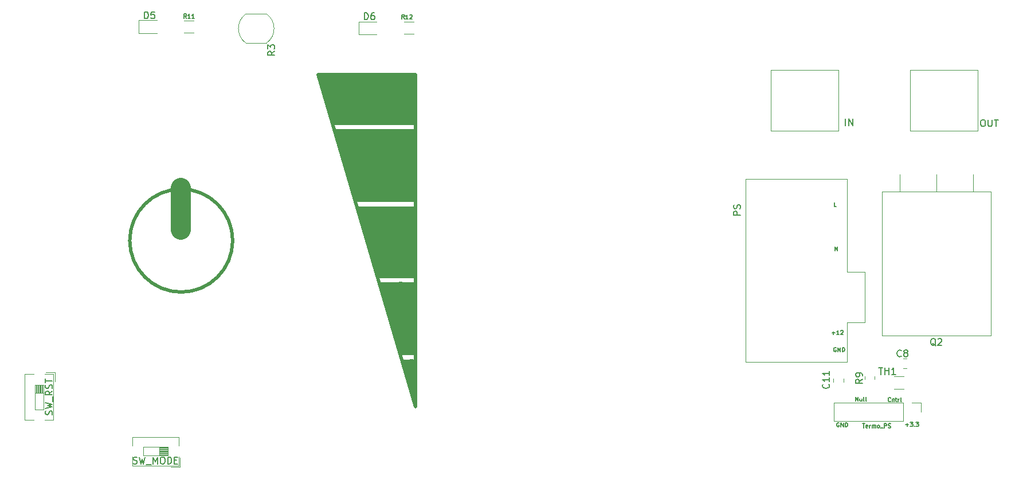
<source format=gbr>
%TF.GenerationSoftware,KiCad,Pcbnew,(5.1.10)-1*%
%TF.CreationDate,2021-07-22T01:03:41+03:00*%
%TF.ProjectId,Dimmer,44696d6d-6572-42e6-9b69-6361645f7063,rev?*%
%TF.SameCoordinates,Original*%
%TF.FileFunction,Legend,Top*%
%TF.FilePolarity,Positive*%
%FSLAX46Y46*%
G04 Gerber Fmt 4.6, Leading zero omitted, Abs format (unit mm)*
G04 Created by KiCad (PCBNEW (5.1.10)-1) date 2021-07-22 01:03:41*
%MOMM*%
%LPD*%
G01*
G04 APERTURE LIST*
%ADD10C,0.150000*%
%ADD11C,3.000000*%
%ADD12C,0.500000*%
%ADD13C,0.120000*%
%ADD14C,0.254000*%
%ADD15C,0.100000*%
G04 APERTURE END LIST*
D10*
X201378571Y-105721428D02*
X201378571Y-105121428D01*
X201721428Y-105721428D01*
X201721428Y-105121428D01*
X201542857Y-120000000D02*
X201485714Y-119971428D01*
X201400000Y-119971428D01*
X201314285Y-120000000D01*
X201257142Y-120057142D01*
X201228571Y-120114285D01*
X201200000Y-120228571D01*
X201200000Y-120314285D01*
X201228571Y-120428571D01*
X201257142Y-120485714D01*
X201314285Y-120542857D01*
X201400000Y-120571428D01*
X201457142Y-120571428D01*
X201542857Y-120542857D01*
X201571428Y-120514285D01*
X201571428Y-120314285D01*
X201457142Y-120314285D01*
X201828571Y-120571428D02*
X201828571Y-119971428D01*
X202171428Y-120571428D01*
X202171428Y-119971428D01*
X202457142Y-120571428D02*
X202457142Y-119971428D01*
X202600000Y-119971428D01*
X202685714Y-120000000D01*
X202742857Y-120057142D01*
X202771428Y-120114285D01*
X202800000Y-120228571D01*
X202800000Y-120314285D01*
X202771428Y-120428571D01*
X202742857Y-120485714D01*
X202685714Y-120542857D01*
X202600000Y-120571428D01*
X202457142Y-120571428D01*
X209600000Y-127914285D02*
X209571428Y-127942857D01*
X209485714Y-127971428D01*
X209428571Y-127971428D01*
X209342857Y-127942857D01*
X209285714Y-127885714D01*
X209257142Y-127828571D01*
X209228571Y-127714285D01*
X209228571Y-127628571D01*
X209257142Y-127514285D01*
X209285714Y-127457142D01*
X209342857Y-127400000D01*
X209428571Y-127371428D01*
X209485714Y-127371428D01*
X209571428Y-127400000D01*
X209600000Y-127428571D01*
X209857142Y-127571428D02*
X209857142Y-127971428D01*
X209857142Y-127628571D02*
X209885714Y-127600000D01*
X209942857Y-127571428D01*
X210028571Y-127571428D01*
X210085714Y-127600000D01*
X210114285Y-127657142D01*
X210114285Y-127971428D01*
X210314285Y-127571428D02*
X210542857Y-127571428D01*
X210400000Y-127371428D02*
X210400000Y-127885714D01*
X210428571Y-127942857D01*
X210485714Y-127971428D01*
X210542857Y-127971428D01*
X210742857Y-127971428D02*
X210742857Y-127571428D01*
X210742857Y-127685714D02*
X210771428Y-127628571D01*
X210800000Y-127600000D01*
X210857142Y-127571428D01*
X210914285Y-127571428D01*
X211200000Y-127971428D02*
X211142857Y-127942857D01*
X211114285Y-127885714D01*
X211114285Y-127371428D01*
X200950000Y-117842857D02*
X201407142Y-117842857D01*
X201178571Y-118071428D02*
X201178571Y-117614285D01*
X202007142Y-118071428D02*
X201664285Y-118071428D01*
X201835714Y-118071428D02*
X201835714Y-117471428D01*
X201778571Y-117557142D01*
X201721428Y-117614285D01*
X201664285Y-117642857D01*
X202235714Y-117528571D02*
X202264285Y-117500000D01*
X202321428Y-117471428D01*
X202464285Y-117471428D01*
X202521428Y-117500000D01*
X202550000Y-117528571D01*
X202578571Y-117585714D01*
X202578571Y-117642857D01*
X202550000Y-117728571D01*
X202207142Y-118071428D01*
X202578571Y-118071428D01*
X204442857Y-127921428D02*
X204442857Y-127321428D01*
X204785714Y-127921428D01*
X204785714Y-127321428D01*
X205328571Y-127521428D02*
X205328571Y-127921428D01*
X205071428Y-127521428D02*
X205071428Y-127835714D01*
X205100000Y-127892857D01*
X205157142Y-127921428D01*
X205242857Y-127921428D01*
X205300000Y-127892857D01*
X205328571Y-127864285D01*
X205700000Y-127921428D02*
X205642857Y-127892857D01*
X205614285Y-127835714D01*
X205614285Y-127321428D01*
X206014285Y-127921428D02*
X205957142Y-127892857D01*
X205928571Y-127835714D01*
X205928571Y-127321428D01*
X201585714Y-99171428D02*
X201300000Y-99171428D01*
X201300000Y-98571428D01*
X211807142Y-131392857D02*
X212264285Y-131392857D01*
X212035714Y-131621428D02*
X212035714Y-131164285D01*
X212492857Y-131021428D02*
X212864285Y-131021428D01*
X212664285Y-131250000D01*
X212750000Y-131250000D01*
X212807142Y-131278571D01*
X212835714Y-131307142D01*
X212864285Y-131364285D01*
X212864285Y-131507142D01*
X212835714Y-131564285D01*
X212807142Y-131592857D01*
X212750000Y-131621428D01*
X212578571Y-131621428D01*
X212521428Y-131592857D01*
X212492857Y-131564285D01*
X213121428Y-131564285D02*
X213150000Y-131592857D01*
X213121428Y-131621428D01*
X213092857Y-131592857D01*
X213121428Y-131564285D01*
X213121428Y-131621428D01*
X213350000Y-131021428D02*
X213721428Y-131021428D01*
X213521428Y-131250000D01*
X213607142Y-131250000D01*
X213664285Y-131278571D01*
X213692857Y-131307142D01*
X213721428Y-131364285D01*
X213721428Y-131507142D01*
X213692857Y-131564285D01*
X213664285Y-131592857D01*
X213607142Y-131621428D01*
X213435714Y-131621428D01*
X213378571Y-131592857D01*
X213350000Y-131564285D01*
X201992857Y-131100000D02*
X201935714Y-131071428D01*
X201850000Y-131071428D01*
X201764285Y-131100000D01*
X201707142Y-131157142D01*
X201678571Y-131214285D01*
X201650000Y-131328571D01*
X201650000Y-131414285D01*
X201678571Y-131528571D01*
X201707142Y-131585714D01*
X201764285Y-131642857D01*
X201850000Y-131671428D01*
X201907142Y-131671428D01*
X201992857Y-131642857D01*
X202021428Y-131614285D01*
X202021428Y-131414285D01*
X201907142Y-131414285D01*
X202278571Y-131671428D02*
X202278571Y-131071428D01*
X202621428Y-131671428D01*
X202621428Y-131071428D01*
X202907142Y-131671428D02*
X202907142Y-131071428D01*
X203050000Y-131071428D01*
X203135714Y-131100000D01*
X203192857Y-131157142D01*
X203221428Y-131214285D01*
X203250000Y-131328571D01*
X203250000Y-131414285D01*
X203221428Y-131528571D01*
X203192857Y-131585714D01*
X203135714Y-131642857D01*
X203050000Y-131671428D01*
X202907142Y-131671428D01*
X205450000Y-131221428D02*
X205792857Y-131221428D01*
X205621428Y-131821428D02*
X205621428Y-131221428D01*
X206221428Y-131792857D02*
X206164285Y-131821428D01*
X206050000Y-131821428D01*
X205992857Y-131792857D01*
X205964285Y-131735714D01*
X205964285Y-131507142D01*
X205992857Y-131450000D01*
X206050000Y-131421428D01*
X206164285Y-131421428D01*
X206221428Y-131450000D01*
X206250000Y-131507142D01*
X206250000Y-131564285D01*
X205964285Y-131621428D01*
X206507142Y-131821428D02*
X206507142Y-131421428D01*
X206507142Y-131535714D02*
X206535714Y-131478571D01*
X206564285Y-131450000D01*
X206621428Y-131421428D01*
X206678571Y-131421428D01*
X206878571Y-131821428D02*
X206878571Y-131421428D01*
X206878571Y-131478571D02*
X206907142Y-131450000D01*
X206964285Y-131421428D01*
X207050000Y-131421428D01*
X207107142Y-131450000D01*
X207135714Y-131507142D01*
X207135714Y-131821428D01*
X207135714Y-131507142D02*
X207164285Y-131450000D01*
X207221428Y-131421428D01*
X207307142Y-131421428D01*
X207364285Y-131450000D01*
X207392857Y-131507142D01*
X207392857Y-131821428D01*
X207764285Y-131821428D02*
X207707142Y-131792857D01*
X207678571Y-131764285D01*
X207650000Y-131707142D01*
X207650000Y-131535714D01*
X207678571Y-131478571D01*
X207707142Y-131450000D01*
X207764285Y-131421428D01*
X207850000Y-131421428D01*
X207907142Y-131450000D01*
X207935714Y-131478571D01*
X207964285Y-131535714D01*
X207964285Y-131707142D01*
X207935714Y-131764285D01*
X207907142Y-131792857D01*
X207850000Y-131821428D01*
X207764285Y-131821428D01*
X208078571Y-131878571D02*
X208535714Y-131878571D01*
X208678571Y-131821428D02*
X208678571Y-131221428D01*
X208907142Y-131221428D01*
X208964285Y-131250000D01*
X208992857Y-131278571D01*
X209021428Y-131335714D01*
X209021428Y-131421428D01*
X208992857Y-131478571D01*
X208964285Y-131507142D01*
X208907142Y-131535714D01*
X208678571Y-131535714D01*
X209250000Y-131792857D02*
X209335714Y-131821428D01*
X209478571Y-131821428D01*
X209535714Y-131792857D01*
X209564285Y-131764285D01*
X209592857Y-131707142D01*
X209592857Y-131650000D01*
X209564285Y-131592857D01*
X209535714Y-131564285D01*
X209478571Y-131535714D01*
X209364285Y-131507142D01*
X209307142Y-131478571D01*
X209278571Y-131450000D01*
X209250000Y-131392857D01*
X209250000Y-131335714D01*
X209278571Y-131278571D01*
X209307142Y-131250000D01*
X209364285Y-131221428D01*
X209507142Y-131221428D01*
X209592857Y-131250000D01*
D11*
X104700000Y-96400000D02*
X104700000Y-102600000D01*
D12*
X112400001Y-104200000D02*
G75*
G03*
X112400001Y-104200000I-7601000J0D01*
G01*
X125000000Y-79700000D02*
X139400000Y-128700000D01*
X139400000Y-79700000D02*
X125000000Y-79700000D01*
X139400000Y-128700000D02*
X139400000Y-79700000D01*
D13*
%TO.C,TH1*%
X210122936Y-126060000D02*
X211577064Y-126060000D01*
X210122936Y-124240000D02*
X211577064Y-124240000D01*
%TO.C,Q2*%
X224440000Y-97010000D02*
X208300000Y-97010000D01*
X224440000Y-118200000D02*
X208300000Y-118200000D01*
X224440000Y-118200000D02*
X224440000Y-97010000D01*
X208300000Y-118200000D02*
X208300000Y-97010000D01*
X221820000Y-97010000D02*
X221820000Y-94450000D01*
X216370000Y-97010000D02*
X216370000Y-94450000D01*
X210920000Y-97010000D02*
X210920000Y-94450000D01*
%TO.C,OUT*%
X212475000Y-79025000D02*
X222475000Y-79025000D01*
X212475000Y-88025000D02*
X212475000Y-79025000D01*
X222475000Y-88025000D02*
X212475000Y-88025000D01*
X222475000Y-79025000D02*
X222475000Y-88025000D01*
%TO.C,PS*%
X203180000Y-108790000D02*
X203180000Y-95090000D01*
X188180000Y-95090000D02*
X203180000Y-95090000D01*
X203180000Y-108790000D02*
X205780000Y-108790000D01*
X205780000Y-116290000D02*
X205780000Y-108790000D01*
X203180000Y-116290000D02*
X205780000Y-116290000D01*
X203180000Y-122090000D02*
X203180000Y-116290000D01*
X188180000Y-122090000D02*
X203180000Y-122090000D01*
X188180000Y-95090000D02*
X188180000Y-122090000D01*
%TO.C,IN*%
X191875000Y-79025000D02*
X201875000Y-79025000D01*
X191875000Y-88025000D02*
X191875000Y-79025000D01*
X201875000Y-88025000D02*
X191875000Y-88025000D01*
X201875000Y-79025000D02*
X201875000Y-88025000D01*
%TO.C,C8*%
X212011252Y-121615000D02*
X211488748Y-121615000D01*
X212011252Y-123085000D02*
X211488748Y-123085000D01*
%TO.C,J4*%
X201230000Y-128170000D02*
X201230000Y-130830000D01*
X211450000Y-128170000D02*
X201230000Y-128170000D01*
X211450000Y-130830000D02*
X201230000Y-130830000D01*
X211450000Y-128170000D02*
X211450000Y-130830000D01*
X212720000Y-128170000D02*
X214050000Y-128170000D01*
X214050000Y-128170000D02*
X214050000Y-129500000D01*
%TO.C,C11*%
X202635000Y-124553748D02*
X202635000Y-125076252D01*
X201165000Y-124553748D02*
X201165000Y-125076252D01*
%TO.C,R9*%
X207235000Y-124210436D02*
X207235000Y-124664564D01*
X205765000Y-124210436D02*
X205765000Y-124664564D01*
%TO.C,R3*%
X114350000Y-75050000D02*
X117400000Y-75050000D01*
X114350000Y-70750000D02*
X117400000Y-70750000D01*
X117444513Y-75018249D02*
G75*
G03*
X117400000Y-70750000I-1544513J2118249D01*
G01*
X114371766Y-70734474D02*
G75*
G03*
X114350000Y-75050000I1528234J-2165526D01*
G01*
%TO.C,D5*%
X101212500Y-71690000D02*
X98527500Y-71690000D01*
X98527500Y-71690000D02*
X98527500Y-73610000D01*
X98527500Y-73610000D02*
X101212500Y-73610000D01*
%TO.C,D6*%
X133687500Y-71890000D02*
X131002500Y-71890000D01*
X131002500Y-71890000D02*
X131002500Y-73810000D01*
X131002500Y-73810000D02*
X133687500Y-73810000D01*
%TO.C,SW_RST*%
X85910000Y-123890000D02*
X85910000Y-130710000D01*
X81690000Y-123890000D02*
X81690000Y-130710000D01*
X85910000Y-123890000D02*
X84600000Y-123890000D01*
X83000000Y-123890000D02*
X81690000Y-123890000D01*
X85910000Y-130710000D02*
X84600000Y-130710000D01*
X83000000Y-130710000D02*
X81690000Y-130710000D01*
X86150000Y-123650000D02*
X86150000Y-125033000D01*
X86150000Y-123650000D02*
X84767000Y-123650000D01*
X84435000Y-125490000D02*
X83165000Y-125490000D01*
X83165000Y-125490000D02*
X83165000Y-129110000D01*
X83165000Y-129110000D02*
X84435000Y-129110000D01*
X84435000Y-129110000D02*
X84435000Y-125490000D01*
X84315000Y-125490000D02*
X84315000Y-126696667D01*
X84195000Y-125490000D02*
X84195000Y-126696667D01*
X84075000Y-125490000D02*
X84075000Y-126696667D01*
X83955000Y-125490000D02*
X83955000Y-126696667D01*
X83835000Y-125490000D02*
X83835000Y-126696667D01*
X83715000Y-125490000D02*
X83715000Y-126696667D01*
X83595000Y-125490000D02*
X83595000Y-126696667D01*
X83475000Y-125490000D02*
X83475000Y-126696667D01*
X83355000Y-125490000D02*
X83355000Y-126696667D01*
X83235000Y-125490000D02*
X83235000Y-126696667D01*
X84435000Y-126696667D02*
X83165000Y-126696667D01*
%TO.C,SW_MODE*%
X104410000Y-137410000D02*
X97590000Y-137410000D01*
X104410000Y-133190000D02*
X97590000Y-133190000D01*
X104410000Y-137410000D02*
X104410000Y-136100000D01*
X104410000Y-134500000D02*
X104410000Y-133190000D01*
X97590000Y-137410000D02*
X97590000Y-136100000D01*
X97590000Y-134500000D02*
X97590000Y-133190000D01*
X104650000Y-137650000D02*
X103267000Y-137650000D01*
X104650000Y-137650000D02*
X104650000Y-136267000D01*
X102810000Y-135935000D02*
X102810000Y-134665000D01*
X102810000Y-134665000D02*
X99190000Y-134665000D01*
X99190000Y-134665000D02*
X99190000Y-135935000D01*
X99190000Y-135935000D02*
X102810000Y-135935000D01*
X102810000Y-135815000D02*
X101603333Y-135815000D01*
X102810000Y-135695000D02*
X101603333Y-135695000D01*
X102810000Y-135575000D02*
X101603333Y-135575000D01*
X102810000Y-135455000D02*
X101603333Y-135455000D01*
X102810000Y-135335000D02*
X101603333Y-135335000D01*
X102810000Y-135215000D02*
X101603333Y-135215000D01*
X102810000Y-135095000D02*
X101603333Y-135095000D01*
X102810000Y-134975000D02*
X101603333Y-134975000D01*
X102810000Y-134855000D02*
X101603333Y-134855000D01*
X102810000Y-134735000D02*
X101603333Y-134735000D01*
X101603333Y-135935000D02*
X101603333Y-134665000D01*
%TO.C,R12*%
X139164564Y-73710000D02*
X137710436Y-73710000D01*
X139164564Y-71890000D02*
X137710436Y-71890000D01*
%TO.C,R11*%
X106664564Y-71740000D02*
X105210436Y-71740000D01*
X106664564Y-73560000D02*
X105210436Y-73560000D01*
%TO.C,TH1*%
D10*
X207864285Y-122952380D02*
X208435714Y-122952380D01*
X208150000Y-123952380D02*
X208150000Y-122952380D01*
X208769047Y-123952380D02*
X208769047Y-122952380D01*
X208769047Y-123428571D02*
X209340476Y-123428571D01*
X209340476Y-123952380D02*
X209340476Y-122952380D01*
X210340476Y-123952380D02*
X209769047Y-123952380D01*
X210054761Y-123952380D02*
X210054761Y-122952380D01*
X209959523Y-123095238D01*
X209864285Y-123190476D01*
X209769047Y-123238095D01*
%TO.C,Q2*%
X216274761Y-119747619D02*
X216179523Y-119700000D01*
X216084285Y-119604761D01*
X215941428Y-119461904D01*
X215846190Y-119414285D01*
X215750952Y-119414285D01*
X215798571Y-119652380D02*
X215703333Y-119604761D01*
X215608095Y-119509523D01*
X215560476Y-119319047D01*
X215560476Y-118985714D01*
X215608095Y-118795238D01*
X215703333Y-118700000D01*
X215798571Y-118652380D01*
X215989047Y-118652380D01*
X216084285Y-118700000D01*
X216179523Y-118795238D01*
X216227142Y-118985714D01*
X216227142Y-119319047D01*
X216179523Y-119509523D01*
X216084285Y-119604761D01*
X215989047Y-119652380D01*
X215798571Y-119652380D01*
X216608095Y-118747619D02*
X216655714Y-118700000D01*
X216750952Y-118652380D01*
X216989047Y-118652380D01*
X217084285Y-118700000D01*
X217131904Y-118747619D01*
X217179523Y-118842857D01*
X217179523Y-118938095D01*
X217131904Y-119080952D01*
X216560476Y-119652380D01*
X217179523Y-119652380D01*
%TO.C,OUT*%
X223150000Y-86352380D02*
X223340476Y-86352380D01*
X223435714Y-86400000D01*
X223530952Y-86495238D01*
X223578571Y-86685714D01*
X223578571Y-87019047D01*
X223530952Y-87209523D01*
X223435714Y-87304761D01*
X223340476Y-87352380D01*
X223150000Y-87352380D01*
X223054761Y-87304761D01*
X222959523Y-87209523D01*
X222911904Y-87019047D01*
X222911904Y-86685714D01*
X222959523Y-86495238D01*
X223054761Y-86400000D01*
X223150000Y-86352380D01*
X224007142Y-86352380D02*
X224007142Y-87161904D01*
X224054761Y-87257142D01*
X224102380Y-87304761D01*
X224197619Y-87352380D01*
X224388095Y-87352380D01*
X224483333Y-87304761D01*
X224530952Y-87257142D01*
X224578571Y-87161904D01*
X224578571Y-86352380D01*
X224911904Y-86352380D02*
X225483333Y-86352380D01*
X225197619Y-87352380D02*
X225197619Y-86352380D01*
%TO.C,PS*%
X187402380Y-100438095D02*
X186402380Y-100438095D01*
X186402380Y-100057142D01*
X186450000Y-99961904D01*
X186497619Y-99914285D01*
X186592857Y-99866666D01*
X186735714Y-99866666D01*
X186830952Y-99914285D01*
X186878571Y-99961904D01*
X186926190Y-100057142D01*
X186926190Y-100438095D01*
X187354761Y-99485714D02*
X187402380Y-99342857D01*
X187402380Y-99104761D01*
X187354761Y-99009523D01*
X187307142Y-98961904D01*
X187211904Y-98914285D01*
X187116666Y-98914285D01*
X187021428Y-98961904D01*
X186973809Y-99009523D01*
X186926190Y-99104761D01*
X186878571Y-99295238D01*
X186830952Y-99390476D01*
X186783333Y-99438095D01*
X186688095Y-99485714D01*
X186592857Y-99485714D01*
X186497619Y-99438095D01*
X186450000Y-99390476D01*
X186402380Y-99295238D01*
X186402380Y-99057142D01*
X186450000Y-98914285D01*
%TO.C,IN*%
X202926190Y-87202380D02*
X202926190Y-86202380D01*
X203402380Y-87202380D02*
X203402380Y-86202380D01*
X203973809Y-87202380D01*
X203973809Y-86202380D01*
%TO.C,C8*%
X211183333Y-121257142D02*
X211135714Y-121304761D01*
X210992857Y-121352380D01*
X210897619Y-121352380D01*
X210754761Y-121304761D01*
X210659523Y-121209523D01*
X210611904Y-121114285D01*
X210564285Y-120923809D01*
X210564285Y-120780952D01*
X210611904Y-120590476D01*
X210659523Y-120495238D01*
X210754761Y-120400000D01*
X210897619Y-120352380D01*
X210992857Y-120352380D01*
X211135714Y-120400000D01*
X211183333Y-120447619D01*
X211754761Y-120780952D02*
X211659523Y-120733333D01*
X211611904Y-120685714D01*
X211564285Y-120590476D01*
X211564285Y-120542857D01*
X211611904Y-120447619D01*
X211659523Y-120400000D01*
X211754761Y-120352380D01*
X211945238Y-120352380D01*
X212040476Y-120400000D01*
X212088095Y-120447619D01*
X212135714Y-120542857D01*
X212135714Y-120590476D01*
X212088095Y-120685714D01*
X212040476Y-120733333D01*
X211945238Y-120780952D01*
X211754761Y-120780952D01*
X211659523Y-120828571D01*
X211611904Y-120876190D01*
X211564285Y-120971428D01*
X211564285Y-121161904D01*
X211611904Y-121257142D01*
X211659523Y-121304761D01*
X211754761Y-121352380D01*
X211945238Y-121352380D01*
X212040476Y-121304761D01*
X212088095Y-121257142D01*
X212135714Y-121161904D01*
X212135714Y-120971428D01*
X212088095Y-120876190D01*
X212040476Y-120828571D01*
X211945238Y-120780952D01*
%TO.C,C11*%
X200457142Y-125392857D02*
X200504761Y-125440476D01*
X200552380Y-125583333D01*
X200552380Y-125678571D01*
X200504761Y-125821428D01*
X200409523Y-125916666D01*
X200314285Y-125964285D01*
X200123809Y-126011904D01*
X199980952Y-126011904D01*
X199790476Y-125964285D01*
X199695238Y-125916666D01*
X199600000Y-125821428D01*
X199552380Y-125678571D01*
X199552380Y-125583333D01*
X199600000Y-125440476D01*
X199647619Y-125392857D01*
X200552380Y-124440476D02*
X200552380Y-125011904D01*
X200552380Y-124726190D02*
X199552380Y-124726190D01*
X199695238Y-124821428D01*
X199790476Y-124916666D01*
X199838095Y-125011904D01*
X200552380Y-123488095D02*
X200552380Y-124059523D01*
X200552380Y-123773809D02*
X199552380Y-123773809D01*
X199695238Y-123869047D01*
X199790476Y-123964285D01*
X199838095Y-124059523D01*
%TO.C,R9*%
X205452380Y-124666666D02*
X204976190Y-125000000D01*
X205452380Y-125238095D02*
X204452380Y-125238095D01*
X204452380Y-124857142D01*
X204500000Y-124761904D01*
X204547619Y-124714285D01*
X204642857Y-124666666D01*
X204785714Y-124666666D01*
X204880952Y-124714285D01*
X204928571Y-124761904D01*
X204976190Y-124857142D01*
X204976190Y-125238095D01*
X205452380Y-124190476D02*
X205452380Y-124000000D01*
X205404761Y-123904761D01*
X205357142Y-123857142D01*
X205214285Y-123761904D01*
X205023809Y-123714285D01*
X204642857Y-123714285D01*
X204547619Y-123761904D01*
X204500000Y-123809523D01*
X204452380Y-123904761D01*
X204452380Y-124095238D01*
X204500000Y-124190476D01*
X204547619Y-124238095D01*
X204642857Y-124285714D01*
X204880952Y-124285714D01*
X204976190Y-124238095D01*
X205023809Y-124190476D01*
X205071428Y-124095238D01*
X205071428Y-123904761D01*
X205023809Y-123809523D01*
X204976190Y-123761904D01*
X204880952Y-123714285D01*
%TO.C,R3*%
X118602380Y-76266666D02*
X118126190Y-76600000D01*
X118602380Y-76838095D02*
X117602380Y-76838095D01*
X117602380Y-76457142D01*
X117650000Y-76361904D01*
X117697619Y-76314285D01*
X117792857Y-76266666D01*
X117935714Y-76266666D01*
X118030952Y-76314285D01*
X118078571Y-76361904D01*
X118126190Y-76457142D01*
X118126190Y-76838095D01*
X117602380Y-75933333D02*
X117602380Y-75314285D01*
X117983333Y-75647619D01*
X117983333Y-75504761D01*
X118030952Y-75409523D01*
X118078571Y-75361904D01*
X118173809Y-75314285D01*
X118411904Y-75314285D01*
X118507142Y-75361904D01*
X118554761Y-75409523D01*
X118602380Y-75504761D01*
X118602380Y-75790476D01*
X118554761Y-75885714D01*
X118507142Y-75933333D01*
%TO.C,D5*%
X99381904Y-71442380D02*
X99381904Y-70442380D01*
X99620000Y-70442380D01*
X99762857Y-70490000D01*
X99858095Y-70585238D01*
X99905714Y-70680476D01*
X99953333Y-70870952D01*
X99953333Y-71013809D01*
X99905714Y-71204285D01*
X99858095Y-71299523D01*
X99762857Y-71394761D01*
X99620000Y-71442380D01*
X99381904Y-71442380D01*
X100858095Y-70442380D02*
X100381904Y-70442380D01*
X100334285Y-70918571D01*
X100381904Y-70870952D01*
X100477142Y-70823333D01*
X100715238Y-70823333D01*
X100810476Y-70870952D01*
X100858095Y-70918571D01*
X100905714Y-71013809D01*
X100905714Y-71251904D01*
X100858095Y-71347142D01*
X100810476Y-71394761D01*
X100715238Y-71442380D01*
X100477142Y-71442380D01*
X100381904Y-71394761D01*
X100334285Y-71347142D01*
%TO.C,D6*%
X131861904Y-71602380D02*
X131861904Y-70602380D01*
X132100000Y-70602380D01*
X132242857Y-70650000D01*
X132338095Y-70745238D01*
X132385714Y-70840476D01*
X132433333Y-71030952D01*
X132433333Y-71173809D01*
X132385714Y-71364285D01*
X132338095Y-71459523D01*
X132242857Y-71554761D01*
X132100000Y-71602380D01*
X131861904Y-71602380D01*
X133290476Y-70602380D02*
X133100000Y-70602380D01*
X133004761Y-70650000D01*
X132957142Y-70697619D01*
X132861904Y-70840476D01*
X132814285Y-71030952D01*
X132814285Y-71411904D01*
X132861904Y-71507142D01*
X132909523Y-71554761D01*
X133004761Y-71602380D01*
X133195238Y-71602380D01*
X133290476Y-71554761D01*
X133338095Y-71507142D01*
X133385714Y-71411904D01*
X133385714Y-71173809D01*
X133338095Y-71078571D01*
X133290476Y-71030952D01*
X133195238Y-70983333D01*
X133004761Y-70983333D01*
X132909523Y-71030952D01*
X132861904Y-71078571D01*
X132814285Y-71173809D01*
%TO.C,k2*%
X137757142Y-122752380D02*
X137757142Y-121752380D01*
X137852380Y-122371428D02*
X138138095Y-122752380D01*
X138138095Y-122085714D02*
X137757142Y-122466666D01*
X138519047Y-121847619D02*
X138566666Y-121800000D01*
X138661904Y-121752380D01*
X138900000Y-121752380D01*
X138995238Y-121800000D01*
X139042857Y-121847619D01*
X139090476Y-121942857D01*
X139090476Y-122038095D01*
X139042857Y-122180952D01*
X138471428Y-122752380D01*
X139090476Y-122752380D01*
%TO.C,k5*%
X136157142Y-111352380D02*
X136157142Y-110352380D01*
X136252380Y-110971428D02*
X136538095Y-111352380D01*
X136538095Y-110685714D02*
X136157142Y-111066666D01*
X137442857Y-110352380D02*
X136966666Y-110352380D01*
X136919047Y-110828571D01*
X136966666Y-110780952D01*
X137061904Y-110733333D01*
X137300000Y-110733333D01*
X137395238Y-110780952D01*
X137442857Y-110828571D01*
X137490476Y-110923809D01*
X137490476Y-111161904D01*
X137442857Y-111257142D01*
X137395238Y-111304761D01*
X137300000Y-111352380D01*
X137061904Y-111352380D01*
X136966666Y-111304761D01*
X136919047Y-111257142D01*
%TO.C,k4*%
X134557142Y-100352380D02*
X134557142Y-99352380D01*
X134652380Y-99971428D02*
X134938095Y-100352380D01*
X134938095Y-99685714D02*
X134557142Y-100066666D01*
X135795238Y-99685714D02*
X135795238Y-100352380D01*
X135557142Y-99304761D02*
X135319047Y-100019047D01*
X135938095Y-100019047D01*
%TO.C,k7*%
X132557142Y-80952380D02*
X132557142Y-79952380D01*
X132652380Y-80571428D02*
X132938095Y-80952380D01*
X132938095Y-80285714D02*
X132557142Y-80666666D01*
X133271428Y-79952380D02*
X133938095Y-79952380D01*
X133509523Y-80952380D01*
%TO.C,k6*%
X132557142Y-88952380D02*
X132557142Y-87952380D01*
X132652380Y-88571428D02*
X132938095Y-88952380D01*
X132938095Y-88285714D02*
X132557142Y-88666666D01*
X133795238Y-87952380D02*
X133604761Y-87952380D01*
X133509523Y-88000000D01*
X133461904Y-88047619D01*
X133366666Y-88190476D01*
X133319047Y-88380952D01*
X133319047Y-88761904D01*
X133366666Y-88857142D01*
X133414285Y-88904761D01*
X133509523Y-88952380D01*
X133700000Y-88952380D01*
X133795238Y-88904761D01*
X133842857Y-88857142D01*
X133890476Y-88761904D01*
X133890476Y-88523809D01*
X133842857Y-88428571D01*
X133795238Y-88380952D01*
X133700000Y-88333333D01*
X133509523Y-88333333D01*
X133414285Y-88380952D01*
X133366666Y-88428571D01*
X133319047Y-88523809D01*
%TO.C,SW_RST*%
X85704761Y-129895238D02*
X85752380Y-129752380D01*
X85752380Y-129514285D01*
X85704761Y-129419047D01*
X85657142Y-129371428D01*
X85561904Y-129323809D01*
X85466666Y-129323809D01*
X85371428Y-129371428D01*
X85323809Y-129419047D01*
X85276190Y-129514285D01*
X85228571Y-129704761D01*
X85180952Y-129800000D01*
X85133333Y-129847619D01*
X85038095Y-129895238D01*
X84942857Y-129895238D01*
X84847619Y-129847619D01*
X84800000Y-129800000D01*
X84752380Y-129704761D01*
X84752380Y-129466666D01*
X84800000Y-129323809D01*
X84752380Y-128990476D02*
X85752380Y-128752380D01*
X85038095Y-128561904D01*
X85752380Y-128371428D01*
X84752380Y-128133333D01*
X85847619Y-127990476D02*
X85847619Y-127228571D01*
X85752380Y-126419047D02*
X85276190Y-126752380D01*
X85752380Y-126990476D02*
X84752380Y-126990476D01*
X84752380Y-126609523D01*
X84800000Y-126514285D01*
X84847619Y-126466666D01*
X84942857Y-126419047D01*
X85085714Y-126419047D01*
X85180952Y-126466666D01*
X85228571Y-126514285D01*
X85276190Y-126609523D01*
X85276190Y-126990476D01*
X85704761Y-126038095D02*
X85752380Y-125895238D01*
X85752380Y-125657142D01*
X85704761Y-125561904D01*
X85657142Y-125514285D01*
X85561904Y-125466666D01*
X85466666Y-125466666D01*
X85371428Y-125514285D01*
X85323809Y-125561904D01*
X85276190Y-125657142D01*
X85228571Y-125847619D01*
X85180952Y-125942857D01*
X85133333Y-125990476D01*
X85038095Y-126038095D01*
X84942857Y-126038095D01*
X84847619Y-125990476D01*
X84800000Y-125942857D01*
X84752380Y-125847619D01*
X84752380Y-125609523D01*
X84800000Y-125466666D01*
X84752380Y-125180952D02*
X84752380Y-124609523D01*
X85752380Y-124895238D02*
X84752380Y-124895238D01*
%TO.C,SW_MODE*%
X97714285Y-137104761D02*
X97857142Y-137152380D01*
X98095238Y-137152380D01*
X98190476Y-137104761D01*
X98238095Y-137057142D01*
X98285714Y-136961904D01*
X98285714Y-136866666D01*
X98238095Y-136771428D01*
X98190476Y-136723809D01*
X98095238Y-136676190D01*
X97904761Y-136628571D01*
X97809523Y-136580952D01*
X97761904Y-136533333D01*
X97714285Y-136438095D01*
X97714285Y-136342857D01*
X97761904Y-136247619D01*
X97809523Y-136200000D01*
X97904761Y-136152380D01*
X98142857Y-136152380D01*
X98285714Y-136200000D01*
X98619047Y-136152380D02*
X98857142Y-137152380D01*
X99047619Y-136438095D01*
X99238095Y-137152380D01*
X99476190Y-136152380D01*
X99619047Y-137247619D02*
X100380952Y-137247619D01*
X100619047Y-137152380D02*
X100619047Y-136152380D01*
X100952380Y-136866666D01*
X101285714Y-136152380D01*
X101285714Y-137152380D01*
X101952380Y-136152380D02*
X102142857Y-136152380D01*
X102238095Y-136200000D01*
X102333333Y-136295238D01*
X102380952Y-136485714D01*
X102380952Y-136819047D01*
X102333333Y-137009523D01*
X102238095Y-137104761D01*
X102142857Y-137152380D01*
X101952380Y-137152380D01*
X101857142Y-137104761D01*
X101761904Y-137009523D01*
X101714285Y-136819047D01*
X101714285Y-136485714D01*
X101761904Y-136295238D01*
X101857142Y-136200000D01*
X101952380Y-136152380D01*
X102809523Y-137152380D02*
X102809523Y-136152380D01*
X103047619Y-136152380D01*
X103190476Y-136200000D01*
X103285714Y-136295238D01*
X103333333Y-136390476D01*
X103380952Y-136580952D01*
X103380952Y-136723809D01*
X103333333Y-136914285D01*
X103285714Y-137009523D01*
X103190476Y-137104761D01*
X103047619Y-137152380D01*
X102809523Y-137152380D01*
X103809523Y-136628571D02*
X104142857Y-136628571D01*
X104285714Y-137152380D02*
X103809523Y-137152380D01*
X103809523Y-136152380D01*
X104285714Y-136152380D01*
%TO.C,R12*%
X137764285Y-71471428D02*
X137564285Y-71185714D01*
X137421428Y-71471428D02*
X137421428Y-70871428D01*
X137650000Y-70871428D01*
X137707142Y-70900000D01*
X137735714Y-70928571D01*
X137764285Y-70985714D01*
X137764285Y-71071428D01*
X137735714Y-71128571D01*
X137707142Y-71157142D01*
X137650000Y-71185714D01*
X137421428Y-71185714D01*
X138335714Y-71471428D02*
X137992857Y-71471428D01*
X138164285Y-71471428D02*
X138164285Y-70871428D01*
X138107142Y-70957142D01*
X138050000Y-71014285D01*
X137992857Y-71042857D01*
X138564285Y-70928571D02*
X138592857Y-70900000D01*
X138650000Y-70871428D01*
X138792857Y-70871428D01*
X138850000Y-70900000D01*
X138878571Y-70928571D01*
X138907142Y-70985714D01*
X138907142Y-71042857D01*
X138878571Y-71128571D01*
X138535714Y-71471428D01*
X138907142Y-71471428D01*
%TO.C,R11*%
X105564285Y-71371428D02*
X105364285Y-71085714D01*
X105221428Y-71371428D02*
X105221428Y-70771428D01*
X105450000Y-70771428D01*
X105507142Y-70800000D01*
X105535714Y-70828571D01*
X105564285Y-70885714D01*
X105564285Y-70971428D01*
X105535714Y-71028571D01*
X105507142Y-71057142D01*
X105450000Y-71085714D01*
X105221428Y-71085714D01*
X106135714Y-71371428D02*
X105792857Y-71371428D01*
X105964285Y-71371428D02*
X105964285Y-70771428D01*
X105907142Y-70857142D01*
X105850000Y-70914285D01*
X105792857Y-70942857D01*
X106707142Y-71371428D02*
X106364285Y-71371428D01*
X106535714Y-71371428D02*
X106535714Y-70771428D01*
X106478571Y-70857142D01*
X106421428Y-70914285D01*
X106364285Y-70942857D01*
%TD*%
D14*
X139273000Y-127694878D02*
X137374569Y-121827000D01*
X139273000Y-121827000D01*
X139273000Y-127694878D01*
D15*
G36*
X139273000Y-127694878D02*
G01*
X137374569Y-121827000D01*
X139273000Y-121827000D01*
X139273000Y-127694878D01*
G37*
D14*
X139273000Y-120973000D02*
X137294827Y-120973000D01*
X134170087Y-110427000D01*
X139273000Y-110427000D01*
X139273000Y-120973000D01*
D15*
G36*
X139273000Y-120973000D02*
G01*
X137294827Y-120973000D01*
X134170087Y-110427000D01*
X139273000Y-110427000D01*
X139273000Y-120973000D01*
G37*
D14*
X139273000Y-109573000D02*
X134094322Y-109573000D01*
X130971001Y-99227000D01*
X139273000Y-99227000D01*
X139273000Y-109573000D01*
D15*
G36*
X139273000Y-109573000D02*
G01*
X134094322Y-109573000D01*
X130971001Y-99227000D01*
X139273000Y-99227000D01*
X139273000Y-109573000D01*
G37*
D14*
X139273000Y-98373000D02*
X130694827Y-98373000D01*
X127570087Y-87827000D01*
X139273000Y-87827000D01*
X139273000Y-98373000D01*
D15*
G36*
X139273000Y-98373000D02*
G01*
X130694827Y-98373000D01*
X127570087Y-87827000D01*
X139273000Y-87827000D01*
X139273000Y-98373000D01*
G37*
D14*
X139269423Y-86973000D02*
X127296531Y-86973000D01*
X125367087Y-80027000D01*
X139076479Y-80027000D01*
X139269423Y-86973000D01*
D15*
G36*
X139269423Y-86973000D02*
G01*
X127296531Y-86973000D01*
X125367087Y-80027000D01*
X139076479Y-80027000D01*
X139269423Y-86973000D01*
G37*
M02*

</source>
